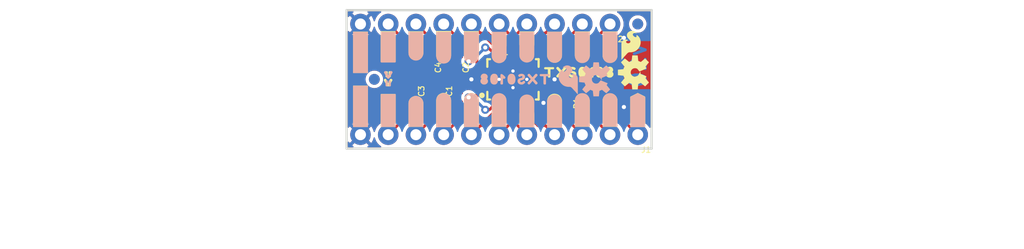
<source format=kicad_pcb>
(kicad_pcb (version 20221018) (generator pcbnew)
  (layers (0 "F.Cu" signal) (31 "B.Cu" signal) (34 "B.Paste" user) (35 "F.Paste" user) (36 "B.SilkS" user "B.Silkscreen") (37 "F.SilkS" user "F.Silkscreen") (38 "B.Mask" user) (39 "F.Mask" user) (44 "Edge.Cuts" user))
  (net 0 "")
  (net 1 "GND")
  (net 2 "VCCA")
  (net 3 "A1")
  (net 4 "A2")
  (net 5 "A3")
  (net 6 "A4")
  (net 7 "A5")
  (net 8 "A6")
  (net 9 "A7")
  (net 10 "A8")
  (net 11 "OE")
  (net 12 "B1")
  (net 13 "B2")
  (net 14 "B3")
  (net 15 "B4")
  (net 16 "B5")
  (net 17 "B6")
  (net 18 "B7")
  (net 19 "B8")
  (net 20 "VCCB")
  (footprint "working:#A8#0" (layer "F.Cu") (at 158.6611 109.7026 90)
    (fp_text reference "U$12" hide)
    (fp_text value "" hide)
  )
  (footprint "working:0603" (layer "F.Cu") (at 142.1511 103.3526 -90)
    (fp_text reference "C4" (at 0 -0.762 90) (layer "F.SilkS") (effects (font (size 0.512064 0.512064) (thickness 0.097536)) (justify right)))
    (fp_text value "10uF")
    (pad "1" smd roundrect (at -0.85 0 270) (size 1.1 1) (layers "F.Cu" "F.Paste" "F.Mask") (roundrect_rratio 0.0508) (net 20 "VCCB"))
    (pad "2" smd roundrect (at 0.85 0 270) (size 1.1 1) (layers "F.Cu" "F.Paste" "F.Mask") (roundrect_rratio 0.0508) (net 1 "GND"))
  )
  (footprint "working:#4#6" (layer "F.Cu") (at 148.5011 102.5906 90)
    (fp_text reference "U$16" hide)
    (fp_text value "" hide)
  )
  (footprint "working:#B3#0" (layer "F.Cu") (at 145.9611 103.4796 90)
    (fp_text reference "U$18" hide)
    (fp_text value "" hide)
  )
  (footprint "working:0603" (layer "F.Cu") (at 154.8511 106.6546 -90)
    (fp_text reference "R1" (at 0 -0.762 90) (layer "F.SilkS") (effects (font (size 0.512064 0.512064) (thickness 0.097536)) (justify right)))
    (fp_text value "100k")
    (pad "1" smd roundrect (at -0.85 0 270) (size 1.1 1) (layers "F.Cu" "F.Paste" "F.Mask") (roundrect_rratio 0.0508) (net 1 "GND"))
    (pad "2" smd roundrect (at 0.85 0 270) (size 1.1 1) (layers "F.Cu" "F.Paste" "F.Mask") (roundrect_rratio 0.0508) (net 11 "OE"))
  )
  (footprint "working:0603" (layer "F.Cu") (at 144.6911 103.3526 -90)
    (fp_text reference "C2" (at 0 -0.762 90) (layer "F.SilkS") (effects (font (size 0.512064 0.512064) (thickness 0.097536)) (justify right)))
    (fp_text value "0.1uF")
    (pad "1" smd roundrect (at -0.85 0 270) (size 1.1 1) (layers "F.Cu" "F.Paste" "F.Mask") (roundrect_rratio 0.0508) (net 20 "VCCB"))
    (pad "2" smd roundrect (at 0.85 0 270) (size 1.1 1) (layers "F.Cu" "F.Paste" "F.Mask") (roundrect_rratio 0.0508) (net 1 "GND"))
  )
  (footprint "working:#OE#0" (layer "F.Cu") (at 161.2011 109.7026 90)
    (fp_text reference "U$21" hide)
    (fp_text value "" hide)
  )
  (footprint "working:#0" (layer "F.Cu") (at 138.3411 104.4702 90)
    (fp_text reference "U$33" hide)
    (fp_text value "" hide)
  )
  (footprint "working:#A2#0" (layer "F.Cu") (at 143.4211 109.7026 90)
    (fp_text reference "U$6" hide)
    (fp_text value "" hide)
  )
  (footprint "working:#VA#0" (layer "F.Cu") (at 138.3411 109.7026 90)
    (fp_text reference "U$3" hide)
    (fp_text value "" hide)
  )
  (footprint "working:OSHW-LOGO-S" (layer "F.Cu") (at 160.9471 104.3686 90)
    (fp_text reference "LOGO1" hide)
    (fp_text value "OSHW-LOGOS" hide)
  )
  (footprint "working:0603" (layer "F.Cu") (at 144.6911 106.6546 90)
    (fp_text reference "C1" (at 0 -0.762 90) (layer "F.SilkS") (effects (font (size 0.512064 0.512064) (thickness 0.097536)) (justify left)))
    (fp_text value "0.1uF")
    (pad "1" smd roundrect (at -0.85 0 90) (size 1.1 1) (layers "F.Cu" "F.Paste" "F.Mask") (roundrect_rratio 0.0508) (net 2 "VCCA"))
    (pad "2" smd roundrect (at 0.85 0 90) (size 1.1 1) (layers "F.Cu" "F.Paste" "F.Mask") (roundrect_rratio 0.0508) (net 1 "GND"))
  )
  (footprint "working:#VB#0" (layer "F.Cu") (at 138.3411 103.7336 90)
    (fp_text reference "U$22" hide)
    (fp_text value "" hide)
  )
  (footprint "working:#B1#0" (layer "F.Cu") (at 140.8811 103.2256 90)
    (fp_text reference "U$20" hide)
    (fp_text value "" hide)
  )
  (footprint "working:TXS01080" (layer "F.Cu") (at 151.9301 104.3686)
    (fp_text reference "U$44" hide)
    (fp_text value "" hide)
  )
  (footprint "working:FIDUCIAL-1X2" (layer "F.Cu") (at 161.2011 99.9236)
    (fp_text reference "FD1" hide)
    (fp_text value "FIDUCIAL1X2" hide)
    (pad "1" smd roundrect (at 0 0) (size 1 1) (layers "F.Cu" "F.Mask") (roundrect_rratio 0.5))
  )
  (footprint "working:#A6#0" (layer "F.Cu") (at 153.5811 109.7026 90)
    (fp_text reference "U$10" hide)
    (fp_text value "" hide)
  )
  (footprint "working:#A3#0" (layer "F.Cu") (at 145.9611 109.7026 90)
    (fp_text reference "U$7" hide)
    (fp_text value "" hide)
  )
  (footprint "working:1X11_NO_SILK" (layer "F.Cu") (at 161.2011 110.0836 180)
    (fp_text reference "J1" (at -1.27 -1.397) (layer "F.SilkS") (effects (font (size 0.512064 0.512064) (thickness 0.097536)) (justify right)))
    (fp_text value "")
    (pad "1" thru_hole circle (at 0 0 270) (size 1.8796 1.8796) (drill 1.016) (layers "*.Cu" "*.Mask") (net 11 "OE"))
    (pad "2" thru_hole circle (at 2.54 0 270) (size 1.8796 1.8796) (drill 1.016) (layers "*.Cu" "*.Mask") (net 10 "A8"))
    (pad "3" thru_hole circle (at 5.08 0 270) (size 1.8796 1.8796) (drill 1.016) (layers "*.Cu" "*.Mask") (net 9 "A7"))
    (pad "4" thru_hole circle (at 7.62 0 270) (size 1.8796 1.8796) (drill 1.016) (layers "*.Cu" "*.Mask") (net 8 "A6"))
    (pad "5" thru_hole circle (at 10.16 0 270) (size 1.8796 1.8796) (drill 1.016) (layers "*.Cu" "*.Mask") (net 7 "A5"))
    (pad "6" thru_hole circle (at 12.7 0 270) (size 1.8796 1.8796) (drill 1.016) (layers "*.Cu" "*.Mask") (net 6 "A4"))
    (pad "7" thru_hole circle (at 15.24 0 270) (size 1.8796 1.8796) (drill 1.016) (layers "*.Cu" "*.Mask") (net 5 "A3"))
    (pad "8" thru_hole circle (at 17.78 0 270) (size 1.8796 1.8796) (drill 1.016) (layers "*.Cu" "*.Mask") (net 4 "A2"))
    (pad "9" thru_hole circle (at 20.32 0 270) (size 1.8796 1.8796) (drill 1.016) (layers "*.Cu" "*.Mask") (net 3 "A1"))
    (pad "10" thru_hole circle (at 22.86 0 270) (size 1.8796 1.8796) (drill 1.016) (layers "*.Cu" "*.Mask") (net 2 "VCCA"))
    (pad "11" thru_hole circle (at 25.4 0 270) (size 1.8796 1.8796) (drill 1.016) (layers "*.Cu" "*.Mask") (net 1 "GND"))
  )
  (footprint "working:VFQFN-20" (layer "F.Cu") (at 149.7711 105.0036)
    (fp_text reference "U1" (at -1.5 -2.5) (layer "F.SilkS") (effects (font (size 0.512064 0.512064) (thickness 0.097536)) (justify left)))
    (fp_text value "TXS0108")
    (fp_poly (pts (xy -1.869912 -0.871396) (xy -1.818604 -0.820088) (xy -1.799824 -0.75) (xy -1.818604 -0.679912) (xy -1.869912 -0.628604) (xy -1.939342 -0.61) (xy -2.555 -0.61) (xy -2.555 -0.89) (xy -1.939342 -0.89)) (fill solid) (layer "F.Cu"))
    (fp_poly (pts (xy -1.869912 0.628604) (xy -1.818604 0.679912) (xy -1.799824 0.75) (xy -1.818604 0.820088) (xy -1.869912 0.871396) (xy -1.939342 0.89) (xy -2.555 0.89) (xy -2.555 0.61) (xy -1.939342 0.61)) (fill solid) (layer "F.Cu"))
    (fp_poly (pts (xy -1.679912 1.318604) (xy -1.628604 1.369912) (xy -1.61 1.439342) (xy -1.61 2.055) (xy -1.89 2.055) (xy -1.89 1.439342) (xy -1.871396 1.369912) (xy -1.820088 1.318604) (xy -1.75 1.299824)) (fill solid) (layer "F.Cu"))
    (fp_poly (pts (xy -1.61 -1.439342) (xy -1.628604 -1.369912) (xy -1.679912 -1.318604) (xy -1.75 -1.299824) (xy -1.820088 -1.318604) (xy -1.871396 -1.369912) (xy -1.89 -1.439342) (xy -1.89 -2.055) (xy -1.61 -2.055)) (fill solid) (layer "F.Cu"))
    (fp_poly (pts (xy -1.179912 1.318604) (xy -1.128604 1.369912) (xy -1.11 1.439342) (xy -1.11 2.055) (xy -1.39 2.055) (xy -1.39 1.439342) (xy -1.371396 1.369912) (xy -1.320088 1.318604) (xy -1.25 1.299824)) (fill solid) (layer "F.Cu"))
    (fp_poly (pts (xy -1.11 -1.439342) (xy -1.128604 -1.369912) (xy -1.179912 -1.318604) (xy -1.25 -1.299824) (xy -1.320088 -1.318604) (xy -1.371396 -1.369912) (xy -1.39 -1.439342) (xy -1.39 -2.055) (xy -1.11 -2.055)) (fill solid) (layer "F.Cu"))
    (fp_poly (pts (xy -0.679912 1.318604) (xy -0.628604 1.369912) (xy -0.61 1.439342) (xy -0.61 2.055) (xy -0.89 2.055) (xy -0.89 1.439342) (xy -0.871396 1.369912) (xy -0.820088 1.318604) (xy -0.75 1.299824)) (fill solid) (layer "F.Cu"))
    (fp_poly (pts (xy -0.61 -1.439342) (xy -0.628604 -1.369912) (xy -0.679912 -1.318604) (xy -0.75 -1.299824) (xy -0.820088 -1.318604) (xy -0.871396 -1.369912) (xy -0.89 -1.439342) (xy -0.89 -2.055) (xy -0.61 -2.055)) (fill solid) (layer "F.Cu"))
    (fp_poly (pts (xy -0.179912 1.318604) (xy -0.128604 1.369912) (xy -0.11 1.439342) (xy -0.11 2.055) (xy -0.39 2.055) (xy -0.39 1.439342) (xy -0.371396 1.369912) (xy -0.320088 1.318604) (xy -0.25 1.299824)) (fill solid) (layer "F.Cu"))
    (fp_poly (pts (xy -0.11 -1.439342) (xy -0.128604 -1.369912) (xy -0.179912 -1.318604) (xy -0.25 -1.299824) (xy -0.320088 -1.318604) (xy -0.371396 -1.369912) (xy -0.39 -1.439342) (xy -0.39 -2.055) (xy -0.11 -2.055)) (fill solid) (layer "F.Cu"))
    (fp_poly (pts (xy 0.320088 1.318604) (xy 0.371396 1.369912) (xy 0.39 1.439342) (xy 0.39 2.055) (xy 0.11 2.055) (xy 0.11 1.439342) (xy 0.128604 1.369912) (xy 0.179912 1.318604) (xy 0.25 1.299824)) (fill solid) (layer "F.Cu"))
    (fp_poly (pts (xy 0.39 -1.439342) (xy 0.371396 -1.369912) (xy 0.320088 -1.318604) (xy 0.25 -1.299824) (xy 0.179912 -1.318604) (xy 0.128604 -1.369912) (xy 0.11 -1.439342) (xy 0.11 -2.055) (xy 0.39 -2.055)) (fill solid) (layer "F.Cu"))
    (fp_poly (pts (xy 0.820088 1.318604) (xy 0.871396 1.369912) (xy 0.89 1.439342) (xy 0.89 2.055) (xy 0.61 2.055) (xy 0.61 1.439342) (xy 0.628604 1.369912) (xy 0.679912 1.318604) (xy 0.75 1.299824)) (fill solid) (layer "F.Cu"))
    (fp_poly (pts (xy 0.89 -1.439342) (xy 0.871396 -1.369912) (xy 0.820088 -1.318604) (xy 0.75 -1.299824) (xy 0.679912 -1.318604) (xy 0.628604 -1.369912) (xy 0.61 -1.439342) (xy 0.61 -2.055) (xy 0.89 -2.055)) (fill solid) (layer "F.Cu"))
    (fp_poly (pts (xy 1.320088 1.318604) (xy 1.371396 1.369912) (xy 1.39 1.439342) (xy 1.39 2.055) (xy 1.11 2.055) (xy 1.11 1.439342) (xy 1.128604 1.369912) (xy 1.179912 1.318604) (xy 1.25 1.299824)) (fill solid) (layer "F.Cu"))
    (fp_poly (pts (xy 1.39 -1.439342) (xy 1.371396 -1.369912) (xy 1.320088 -1.318604) (xy 1.25 -1.299824) (xy 1.179912 -1.318604) (xy 1.128604 -1.369912) (xy 1.11 -1.439342) (xy 1.11 -2.055) (xy 1.39 -2.055)) (fill solid) (layer "F.Cu"))
    (fp_poly (pts (xy 1.820088 1.318604) (xy 1.871396 1.369912) (xy 1.89 1.439342) (xy 1.89 2.055) (xy 1.61 2.055) (xy 1.61 1.439342) (xy 1.628604 1.369912) (xy 1.679912 1.318604) (xy 1.75 1.299824)) (fill solid) (layer "F.Cu"))
    (fp_poly (pts (xy 1.89 -1.439342) (xy 1.871396 -1.369912) (xy 1.820088 -1.318604) (xy 1.75 -1.299824) (xy 1.679912 -1.318604) (xy 1.628604 -1.369912) (xy 1.61 -1.439342) (xy 1.61 -2.055) (xy 1.89 -2.055)) (fill solid) (layer "F.Cu"))
    (fp_poly (pts (xy 2.555 -0.61) (xy 1.939342 -0.61) (xy 1.869912 -0.628604) (xy 1.818604 -0.679912) (xy 1.799824 -0.75) (xy 1.818604 -0.820088) (xy 1.869912 -0.871396) (xy 1.939342 -0.89) (xy 2.555 -0.89)) (fill solid) (layer "F.Cu"))
    (fp_poly (pts (xy 2.555 0.89) (xy 1.939342 0.89) (xy 1.869912 0.871396) (xy 1.818604 0.820088) (xy 1.799824 0.75) (xy 1.818604 0.679912) (xy 1.869912 0.628604) (xy 1.939342 0.61) (xy 2.555 0.61)) (fill solid) (layer "F.Cu"))
    (pad "1" smd roundrect (at -2.3 0.75) (size 0.7 0.28) (layers "F.Cu") (roundrect_rratio 0.1814285714) (net 3 "A1"))
    (pad "2" smd roundrect (at -1.75 1.8 90) (size 0.7 0.28) (layers "F.Cu") (roundrect_rratio 0.1814285714) (net 2 "VCCA"))
    (pad "3" smd roundrect (at -1.25 1.8 90) (size 0.7 0.28) (layers "F.Cu") (roundrect_rratio 0.1814285714) (net 4 "A2"))
    (pad "4" smd roundrect (at -0.75 1.8 90) (size 0.7 0.28) (layers "F.Cu") (roundrect_rratio 0.1814285714) (net 5 "A3"))
    (pad "5" smd roundrect (at -0.25 1.8 90) (size 0.7 0.28) (layers "F.Cu") (roundrect_rratio 0.1814285714) (net 6 "A4"))
    (pad "6" smd roundrect (at 0.25 1.8 90) (size 0.7 0.28) (layers "F.Cu") (roundrect_rratio 0.1814285714) (net 7 "A5"))
    (pad "7" smd roundrect (at 0.75 1.8 90) (size 0.7 0.28) (layers "F.Cu") (roundrect_rratio 0.1814285714) (net 8 "A6"))
    (pad "8" smd roundrect (at 1.25 1.8 90) (size 0.7 0.28) (layers "F.Cu") (roundrect_rratio 0.1814285714) (net 9 "A7"))
    (pad "9" smd roundrect (at 1.75 1.8 90) (size 0.7 0.28) (layers "F.Cu") (roundrect_rratio 0.1814285714) (net 10 "A8"))
    (pad "10" smd roundrect (at 2.3 0.75 180) (size 0.7 0.28) (layers "F.Cu") (roundrect_rratio 0.1814285714) (net 11 "OE"))
    (pad "11" smd roundrect (at 2.3 -0.75 180) (size 0.7 0.28) (layers "F.Cu") (roundrect_rratio 0.1814285714) (net 1 "GND"))
    (pad "12" smd roundrect (at 1.75 -1.8 270) (size 0.7 0.28) (layers "F.Cu") (roundrect_rratio 0.1814285714) (net 19 "B8"))
    (pad "13" smd roundrect (at 1.25 -1.8 270) (size 0.7 0.28) (layers "F.Cu") (roundrect_rratio 0.1814285714) (net 18 "B7"))
    (pad "14" smd roundrect (at 0.75 -1.8 270) (size 0.7 0.28) (layers "F.Cu") (roundrect_rratio 0.1814285714) (net 17 "B6"))
    (pad "15" smd roundrect (at 0.25 -1.8 270) (size 0.7 0.28) (layers "F.Cu") (roundrect_rratio 0.1814285714) (net 16 "B5"))
    (pad "16" smd roundrect (at -0.25 -1.8 270) (size 0.7 0.28) (layers "F.Cu") (roundrect_rratio 0.1814285714) (net 15 "B4"))
    (pad "17" smd roundrect (at -0.75 -1.8 270) (size 0.7 0.28) (layers "F.Cu") (roundrect_rratio 0.1814285714) (net 14 "B3"))
    (pad "18" smd roundrect (at -1.25 -1.8 270) (size 0.7 0.28) (layers "F.Cu") (roundrect_rratio 0.1814285714) (net 13 "B2"))
    (pad "19" smd roundrect (at -1.75 -1.8 270) (size 0.7 0.28) (layers "F.Cu") (roundrect_rratio 0.1814285714) (net 20 "VCCB"))
    (pad "20" smd roundrect (at -2.3 -0.75) (size 0.7 0.28) (layers "F.Cu") (roundrect_rratio 0.1814285714) (net 12 "B1"))
    (pad "EPAD" smd roundrect (at 0 0) (size 3.05 2.05) (layers "F.Cu" "F.Mask") (roundrect_rratio 0.0247804878) (net 1 "GND"))
  )
  (footprint "working:#A1#0" (layer "F.Cu") (at 140.8811 109.7026 90)
    (fp_text reference "U$5" hide)
    (fp_text value "" hide)
  )
  (footprint "working:0603" (layer "F.Cu") (at 142.1511 106.6546 90)
    (fp_text reference "C3" (at 0 -0.762 90) (layer "F.SilkS") (effects (font (size 0.512064 0.512064) (thickness 0.097536)) (justify left)))
    (fp_text value "10uF")
    (pad "1" smd roundrect (at -0.85 0 90) (size 1.1 1) (layers "F.Cu" "F.Paste" "F.Mask") (roundrect_rratio 0.0508) (net 2 "VCCA"))
    (pad "2" smd roundrect (at 0.85 0 90) (size 1.1 1) (layers "F.Cu" "F.Paste" "F.Mask") (roundrect_rratio 0.0508) (net 1 "GND"))
  )
  (footprint "working:1X10_NO_SILK" (layer "F.Cu") (at 158.6611 99.9236 180)
    (fp_text reference "J2" (at -1.27 -1.397) (layer "F.SilkS") (effects (font (size 0.512064 0.512064) (thickness 0.097536)) (justify right)))
    (fp_text value "")
    (pad "1" thru_hole circle (at 0 0 270) (size 1.8796 1.8796) (drill 1.016) (layers "*.Cu" "*.Mask") (net 19 "B8"))
    (pad "2" thru_hole circle (at 2.54 0 270) (size 1.8796 1.8796) (drill 1.016) (layers "*.Cu" "*.Mask") (net 18 "B7"))
    (pad "3" thru_hole circle (at 5.08 0 270) (size 1.8796 1.8796) (drill 1.016) (layers "*.Cu" "*.Mask") (net 17 "B6"))
    (pad "4" thru_hole circle (at 7.62 0 270) (size 1.8796 1.8796) (drill 1.016) (layers "*.Cu" "*.Mask") (net 16 "B5"))
    (pad "5" thru_hole circle (at 10.16 0 270) (size 1.8796 1.8796) (drill 1.016) (layers "*.Cu" "*.Mask") (net 15 "B4"))
    (pad "6" thru_hole circle (at 12.7 0 270) (size 1.8796 1.8796) (drill 1.016) (layers "*.Cu" "*.Mask") (net 14 "B3"))
    (pad "7" thru_hole circle (at 15.24 0 270) (size 1.8796 1.8796) (drill 1.016) (layers "*.Cu" "*.Mask") (net 13 "B2"))
    (pad "8" thru_hole circle (at 17.78 0 270) (size 1.8796 1.8796) (drill 1.016) (layers "*.Cu" "*.Mask") (net 12 "B1"))
    (pad "9" thru_hole circle (at 20.32 0 270) (size 1.8796 1.8796) (drill 1.016) (layers "*.Cu" "*.Mask") (net 20 "VCCB"))
    (pad "10" thru_hole circle (at 22.86 0 270) (size 1.8796 1.8796) (drill 1.016) (layers "*.Cu" "*.Mask") (net 1 "GND"))
  )
  (footprint "working:CREATIVE_COMMONS" (layer "F.Cu") (at 123.1011 120.2436)
    (fp_text reference "FRAME1" hide)
    (fp_text value "FRAME-LETTER" hide)
  )
  (footprint "working:#A7#0" (layer "F.Cu") (at 156.1211 109.7026 90)
    (fp_text reference "U$11" hide)
    (fp_text value "" hide)
  )
  (footprint "working:#B6#0" (layer "F.Cu") (at 153.5811 103.4796 90)
    (fp_text reference "U$15" hide)
    (fp_text value "" hide)
  )
  (footprint "working:#B8#0" (layer "F.Cu") (at 158.6611 103.4796 90)
    (fp_text reference "U$13" hide)
    (fp_text value "" hide)
  )
  (footprint "working:#4#0" (layer "F.Cu") (at 148.5011 109.7026 90)
    (fp_text reference "U$8" hide)
    (fp_text value "" hide)
  )
  (footprint "working:V0" (layer "F.Cu") (at 138.4173 105.1814)
    (fp_text reference "U$46" hide)
    (fp_text value "" hide)
  )
  (footprint "working:FIDUCIAL-1X2" (layer "F.Cu") (at 137.0711 105.0036)
    (fp_text reference "FD3" hide)
    (fp_text value "FIDUCIAL1X2" hide)
    (pad "1" smd roundrect (at 0 0) (size 1 1) (layers "F.Cu" "F.Mask") (roundrect_rratio 0.5))
  )
  (footprint "working:#GND#0" (layer "F.Cu") (at 135.8011 109.7026 90)
    (fp_text reference "U$2" hide)
    (fp_text value "" hide)
  )
  (footprint "working:#GND#0" (layer "F.Cu") (at 135.8011 104.7496 90)
    (fp_text reference "U$1" hide)
    (fp_text value "" hide)
  )
  (footprint "working:SFE_LOGO_FLAME_.1" (layer "F.Cu") (at 160.5661 101.8286)
    (fp_text reference "LOGO2" hide)
    (fp_text value "SFE_LOGO_FLAME.1_INCH" hide)
  )
  (footprint "working:#5#6" (layer "F.Cu") (at 151.0411 102.4636 90)
    (fp_text reference "U$17" hide)
    (fp_text value "" hide)
  )
  (footprint "working:#5#0" (layer "F.Cu") (at 151.0411 109.7026 90)
    (fp_text reference "U$9" hide)
    (fp_text value "" hide)
  )
  (footprint "working:#B2#0" (layer "F.Cu") (at 143.4211 103.4796 90)
    (fp_text reference "U$19" hide)
    (fp_text value "" hide)
  )
  (footprint "working:#B7#0" (layer "F.Cu") (at 156.1211 103.4796 90)
    (fp_text reference "U$14" hide)
    (fp_text value "" hide)
  )
  (footprint "working:#0" (layer "B.Cu") (at 138.3411 105.3084 90)
    (fp_text reference "U$47" hide)
    (fp_text value "" hide)
  )
  (footprint "working:#GND#0" (layer "B.Cu") (at 135.8011 100.3046 -90)
    (fp_text reference "U$32" hide)
    (fp_text value "" hide)
  )
  (footprint "working:#A3#3" (layer "B.Cu") (at 145.9611 106.2736 -90)
    (fp_text reference "U$26" hide)
    (fp_text value "" hide)
  )
  (footprint "working:#A5#5" (layer "B.Cu") (at 151.0411 106.4006 -90)
    (fp_text reference "U$28" hide)
    (fp_text value "" hide)
  )
  (footprint "working:#A8#9" (layer "B.Cu") (at 158.6611 106.2736 -90)
    (fp_text reference "U$31" hide)
    (fp_text value "" hide)
  )
  (footprint "working:#A1#2" (layer "B.Cu") (at 140.8811 106.5276 -90)
    (fp_text reference "U$24" hide)
    (fp_text value "" hide)
  )
  (footprint "working:#GND#0" (layer "B.Cu") (at 135.8011 105.2576 -90)
    (fp_text reference "U$34" hide)
    (fp_text value "" hide)
  )
  (footprint "working:#VA#0" (layer "B.Cu") (at 138.3411 106.0196 -90)
    (fp_text reference "U$4" hide)
    (fp_text value "" hide)
  )
  (footprint "working:#VB#0" (layer "B.Cu") (at 138.3411 100.3046 -90)
    (fp_text reference "U$23" hide)
    (fp_text value "" hide)
  )
  (footprint "working:FIDUCIAL-1X2" (layer "B.Cu") (at 161.2011 99.9236 180)
    (fp_text reference "FD2" hide)
    (fp_text value "FIDUCIAL1X2" hide)
    (pad "1" smd roundrect (at 0 0 180) (size 1 1) (layers "B.Cu" "B.Mask") (roundrect_rratio 0.5))
  )
  (footprint "working:OSHW-LOGO-S" (layer "B.Cu") (at 157.3911 105.0036 -90)
    (fp_text reference "LOGO4" hide)
    (fp_text value "OSHW-LOGOS" hide)
  )
  (footprint "working:#A6#6" (layer "B.Cu") (at 153.5811 106.4006 -90)
    (fp_text reference "U$29" hide)
    (fp_text value "" hide)
  )
  (footprint "working:#B6#9" (layer "B.Cu") (at 153.5811 100.3046 -90)
    (fp_text reference "U$37" hide)
    (fp_text value "" hide)
  )
  (footprint "working:#A4#4" (layer "B.Cu") (at 148.5011 106.2736 -90)
    (fp_text reference "U$27" hide)
    (fp_text value "" hide)
  )
  (footprint "working:V0" (layer "B.Cu") (at 138.2649 104.4702 180)
    (fp_text reference "U$48" hide)
    (fp_text value "" hide)
  )
  (footprint "working:#B3#9" (layer "B.Cu") (at 145.9611 100.3046 -90)
    (fp_text reference "U$40" hide)
    (fp_text value "" hide)
  )
  (footprint "working:#B8#9" (layer "B.Cu") (at 158.6611 100.3046 -90)
    (fp_text reference "U$35" hide)
    (fp_text value "" hide)
  )
  (footprint "working:#OE#1" (layer "B.Cu") (at 161.2011 106.2736 -90)
    (fp_text reference "U$45" hide)
    (fp_text value "" hide)
  )
  (footprint "working:#B4#9" (layer "B.Cu") (at 148.5011 100.3046 -90)
    (fp_text reference "U$39" hide)
    (fp_text value "" hide)
  )
  (footprint "working:FIDUCIAL-1X2" (layer "B.Cu") (at 137.0711 105.0036 180)
    (fp_text reference "FD4" hide)
    (fp_text value "FIDUCIAL1X2" hide)
    (pad "1" smd roundrect (at 0 0 180) (size 1 1) (layers "B.Cu" "B.Mask") (roundrect_rratio 0.5))
  )
  (footprint "working:#B7#9" (layer "B.Cu") (at 156.1211 100.3046 -90)
    (fp_text reference "U$36" hide)
    (fp_text value "" hide)
  )
  (footprint "working:#B1#9" (layer "B.Cu") (at 140.8811 100.3046 -90)
    (fp_text reference "U$42" hide)
    (fp_text value "" hide)
  )
  (footprint "working:TXS01080" (layer "B.Cu") (at 153.8351 105.0036 180)
    (fp_text reference "U$43" hide)
    (fp_text value "" hide)
  )
  (footprint "working:#B5#9" (layer "B.Cu") (at 151.0411 100.3046 -90)
    (fp_text reference "U$38" hide)
    (fp_text value "" hide)
  )
  (footprint "working:SFE_LOGO_FLAME_.1" (layer "B.Cu") (at 154.8511 105.0036 180)
    (fp_text reference "LOGO3" hide)
    (fp_text value "SFE_LOGO_FLAME.1_INCH" hide)
  )
  (footprint "working:#A2#2" (layer "B.Cu") (at 143.4211 106.2736 -90)
    (fp_text reference "U$25" hide)
    (fp_text value "" hide)
  )
  (footprint "working:#B2#9" (layer "B.Cu") (at 143.4211 100.3046 -90)
    (fp_text reference "U$41" hide)
    (fp_text value "" hide)
  )
  (footprint "working:#A7#8" (layer "B.Cu") (at 156.1211 106.2736 -90)
    (fp_text reference "U$30" hide)
    (fp_text value "" hide)
  )
  (gr_line (start 162.4711 111.3536) (end 162.4711 98.6536) (stroke (width 0.2032)) (layer "Edge.Cuts"))
  (gr_line (start 162.4711 98.6536) (end 134.5311 98.6536) (stroke (width 0.2032)) (layer "Edge.Cuts"))
  (gr_line (start 134.5311 98.6536) (end 134.5311 111.3536) (stroke (width 0.2032)) (layer "Edge.Cuts"))
  (gr_line (start 134.5311 111.3536) (end 162.4711 111.3536) (stroke (width 0.2032)) (layer "Edge.Cuts"))
  (gr_text "v10" (at 161.2011 103.7336 -270) (layer "B.Cu") (effects (font (size 1.5113 1.5113) (thickness 0.2667)) (justify mirror)))
  (via (at 159.9311 101.1936) (size 0.7366) (drill 0.381) (layers "F.Cu" "B.Cu") (net 1))
  (via (at 159.9311 107.5436) (size 0.7366) (drill 0.381) (layers "F.Cu" "B.Cu") (net 1))
  (via (at 149.7711 104.2416) (size 0.6604) (drill 0.3048) (layers "F.Cu" "B.Cu") (net 1))
  (via (at 153.5811 105.0036) (size 0.7366) (drill 0.381) (layers "F.Cu" "B.Cu") (net 1))
  (via (at 152.5651 107.1626) (size 0.7366) (drill 0.381) (layers "F.Cu" "B.Cu") (net 1))
  (via (at 151.0411 105.0036) (size 0.6604) (drill 0.3048) (layers "F.Cu" "B.Cu") (net 1))
  (via (at 148.5011 105.0036) (size 0.6604) (drill 0.3048) (layers "F.Cu" "B.Cu") (net 1))
  (via (at 145.9611 105.0036) (size 0.7366) (drill 0.381) (layers "F.Cu" "B.Cu") (net 1))
  (via (at 149.7711 105.7656) (size 0.6604) (drill 0.3048) (layers "F.Cu" "B.Cu") (net 1))
  (segment (start 145.4921 107.5046) (end 145.7071 107.2896) (width 0.254) (layer "F.Cu") (net 2))
  (segment (start 148.0211 107.3886) (end 148.0211 106.8036) (width 0.254) (layer "F.Cu") (net 2))
  (segment (start 144.6911 107.5046) (end 145.4921 107.5046) (width 0.254) (layer "F.Cu") (net 2))
  (segment (start 145.7071 107.2896) (end 145.7071 106.6546) (width 0.254) (layer "F.Cu") (net 2))
  (segment (start 147.6121 107.7976) (end 148.0211 107.3886) (width 0.254) (layer "F.Cu") (net 2))
  (segment (start 147.2311 107.7976) (end 147.6121 107.7976) (width 0.254) (layer "F.Cu") (net 2))
  (segment (start 140.9201 107.5046) (end 138.3411 110.0836) (width 0.254) (layer "F.Cu") (net 2))
  (segment (start 144.6911 107.5046) (end 142.1511 107.5046) (width 0.254) (layer "F.Cu") (net 2))
  (segment (start 142.1511 107.5046) (end 140.9201 107.5046) (width 0.254) (layer "F.Cu") (net 2))
  (via (at 145.7071 106.6546) (size 0.7366) (drill 0.381) (layers "F.Cu" "B.Cu") (net 2))
  (via (at 147.2311 107.7976) (size 0.7366) (drill 0.381) (layers "F.Cu" "B.Cu") (net 2))
  (segment (start 146.0881 106.6546) (end 147.2311 107.7976) (width 0.254) (layer "B.Cu") (net 2))
  (segment (start 145.7071 106.6546) (end 146.0881 106.6546) (width 0.254) (layer "B.Cu") (net 2))
  (segment (start 146.8621 105.7536) (end 147.4711 105.7536) (width 0.254) (layer "F.Cu") (net 3))
  (segment (start 142.5829 108.3818) (end 140.8811 110.0836) (width 0.254) (layer "F.Cu") (net 3))
  (segment (start 145.9611 108.3818) (end 146.4691 107.8738) (width 0.254) (layer "F.Cu") (net 3))
  (segment (start 146.4691 107.8738) (end 146.4691 106.1466) (width 0.254) (layer "F.Cu") (net 3))
  (segment (start 146.4691 106.1466) (end 146.8621 105.7536) (width 0.254) (layer "F.Cu") (net 3))
  (segment (start 145.9611 108.3818) (end 142.5829 108.3818) (width 0.254) (layer "F.Cu") (net 3))
  (segment (start 144.6911 108.8136) (end 143.4211 110.0836) (width 0.254) (layer "F.Cu") (net 4))
  (segment (start 147.2311 108.8136) (end 148.5211 107.5236) (width 0.254) (layer "F.Cu") (net 4))
  (segment (start 147.2311 108.8136) (end 144.6911 108.8136) (width 0.254) (layer "F.Cu") (net 4))
  (segment (start 148.5211 107.5236) (end 148.5211 106.8036) (width 0.254) (layer "F.Cu") (net 4))
  (segment (start 149.0211 107.634263) (end 149.0211 106.8036) (width 0.254) (layer "F.Cu") (net 5))
  (segment (start 147.409962 109.2454) (end 149.0211 107.634263) (width 0.254) (layer "F.Cu") (net 5))
  (segment (start 145.9611 110.0836) (end 146.7993 109.2454) (width 0.254) (layer "F.Cu") (net 5))
  (segment (start 146.7993 109.2454) (end 147.409962 109.2454) (width 0.254) (layer "F.Cu") (net 5))
  (segment (start 149.5211 109.0636) (end 148.5011 110.0836) (width 0.254) (layer "F.Cu") (net 6))
  (segment (start 149.5211 107.9206) (end 149.5211 109.0636) (width 0.254) (layer "F.Cu") (net 6))
  (segment (start 149.5211 107.5436) (end 149.5211 106.8036) (width 0.254) (layer "F.Cu") (net 6))
  (segment (start 149.5211 107.9206) (end 149.5211 107.5436) (width 0.254) (layer "F.Cu") (net 6))
  (segment (start 151.0411 110.0836) (end 150.0211 109.0636) (width 0.254) (layer "F.Cu") (net 7))
  (segment (start 150.0211 109.0636) (end 150.0211 106.8036) (width 0.254) (layer "F.Cu") (net 7))
  (segment (start 152.050187 109.2454) (end 150.5211 107.716313) (width 0.254) (layer "F.Cu") (net 8))
  (segment (start 150.5211 107.716313) (end 150.5211 106.8036) (width 0.254) (layer "F.Cu") (net 8))
  (segment (start 152.7429 109.2454) (end 152.050187 109.2454) (width 0.254) (layer "F.Cu") (net 8))
  (segment (start 153.5811 110.0836) (end 152.7429 109.2454) (width 0.254) (layer "F.Cu") (net 8))
  (segment (start 151.0211 107.60565) (end 151.0211 106.8036) (width 0.254) (layer "F.Cu") (net 9))
  (segment (start 152.22905 108.8136) (end 151.0211 107.60565) (width 0.254) (layer "F.Cu") (net 9))
  (segment (start 154.8511 108.8136) (end 156.1211 110.0836) (width 0.254) (layer "F.Cu") (net 9))
  (segment (start 152.22905 108.8136) (end 154.8511 108.8136) (width 0.254) (layer "F.Cu") (net 9))
  (segment (start 152.407912 108.3818) (end 156.9593 108.3818) (width 0.254) (layer "F.Cu") (net 10))
  (segment (start 151.5211 107.494988) (end 151.5211 106.8036) (width 0.254) (layer "F.Cu") (net 10))
  (segment (start 152.407912 108.3818) (end 151.5211 107.494988) (width 0.254) (layer "F.Cu") (net 10))
  (segment (start 156.9593 108.3818) (end 158.6611 110.0836) (width 0.254) (layer "F.Cu") (net 10))
  (segment (start 152.8071 105.7536) (end 153.5811 106.5276) (width 0.254) (layer "F.Cu") (net 11))
  (segment (start 153.5811 106.5276) (end 153.5811 107.0356) (width 0.254) (layer "F.Cu") (net 11))
  (segment (start 157.3521 107.5046) (end 158.6611 108.8136) (width 0.254) (layer "F.Cu") (net 11))
  (segment (start 153.5811 107.0356) (end 154.0501 107.5046) (width 0.254) (layer "F.Cu") (net 11))
  (segment (start 159.9311 108.8136) (end 161.2011 110.0836) (width 0.254) (layer "F.Cu") (net 11))
  (segment (start 152.0711 105.7536) (end 152.8071 105.7536) (width 0.254) (layer "F.Cu") (net 11))
  (segment (start 158.6611 108.8136) (end 159.9311 108.8136) (width 0.254) (layer "F.Cu") (net 11))
  (segment (start 154.0501 107.5046) (end 154.8511 107.5046) (width 0.254) (layer "F.Cu") (net 11))
  (segment (start 154.8511 107.5046) (end 157.3521 107.5046) (width 0.254) (layer "F.Cu") (net 11))
  (segment (start 146.8361 104.2536) (end 146.4691 103.8866) (width 0.254) (layer "F.Cu") (net 12))
  (segment (start 140.898968 99.9236) (end 142.600768 101.6254) (width 0.254) (layer "F.Cu") (net 12))
  (segment (start 146.4691 102.1334) (end 145.9611 101.6254) (width 0.254) (layer "F.Cu") (net 12))
  (segment (start 140.8811 99.9236) (end 140.898968 99.9236) (width 0.254) (layer "F.Cu") (net 12))
  (segment (start 146.4691 103.8866) (end 146.4691 102.1334) (width 0.254) (layer "F.Cu") (net 12))
  (segment (start 147.4711 104.2536) (end 146.8361 104.2536) (width 0.254) (layer "F.Cu") (net 12))
  (segment (start 145.9611 101.6254) (end 142.600768 101.6254) (width 0.254) (layer "F.Cu") (net 12))
  (segment (start 148.5211 102.40155) (end 148.5211 103.2036) (width 0.254) (layer "F.Cu") (net 13))
  (segment (start 147.31315 101.1936) (end 144.6911 101.1936) (width 0.254) (layer "F.Cu") (net 13))
  (segment (start 144.6911 101.1936) (end 143.4211 99.9236) (width 0.254) (layer "F.Cu") (net 13))
  (segment (start 147.31315 101.1936) (end 148.5211 102.40155) (width 0.254) (layer "F.Cu") (net 13))
  (segment (start 146.7993 100.7618) (end 147.492012 100.7618) (width 0.254) (layer "F.Cu") (net 14))
  (segment (start 149.0211 102.290888) (end 149.0211 103.2036) (width 0.254) (layer "F.Cu") (net 14))
  (segment (start 147.492012 100.7618) (end 149.0211 102.290888) (width 0.254) (layer "F.Cu") (net 14))
  (segment (start 145.9611 99.9236) (end 146.7993 100.7618) (width 0.254) (layer "F.Cu") (net 14))
  (segment (start 148.5011 99.9236) (end 149.5211 100.9436) (width 0.254) (layer "F.Cu") (net 15))
  (segment (start 149.5211 100.9436) (end 149.5211 103.2036) (width 0.254) (layer "F.Cu") (net 15))
  (segment (start 151.0411 99.9236) (end 150.0211 100.9436) (width 0.254) (layer "F.Cu") (net 16))
  (segment (start 150.0211 100.9436) (end 150.0211 103.2036) (width 0.254) (layer "F.Cu") (net 16))
  (segment (start 152.106575 100.7618) (end 150.5211 102.347275) (width 0.254) (layer "F.Cu") (net 17))
  (segment (start 152.7429 100.7618) (end 152.106575 100.7618) (width 0.254) (layer "F.Cu") (net 17))
  (segment (start 153.5811 99.9236) (end 152.7429 100.7618) (width 0.254) (layer "F.Cu") (net 17))
  (segment (start 150.5211 102.347275) (end 150.5211 103.2036) (width 0.254) (layer "F.Cu") (net 17))
  (segment (start 151.0211 102.457938) (end 151.0211 103.2036) (width 0.254) (layer "F.Cu") (net 18))
  (segment (start 152.285437 101.1936) (end 151.0211 102.457938) (width 0.254) (layer "F.Cu") (net 18))
  (segment (start 154.8511 101.1936) (end 156.1211 99.9236) (width 0.254) (layer "F.Cu") (net 18))
  (segment (start 152.285437 101.1936) (end 154.8511 101.1936) (width 0.254) (layer "F.Cu") (net 18))
  (segment (start 158.6611 99.9236) (end 156.9593 101.6254) (width 0.254) (layer "F.Cu") (net 19))
  (segment (start 156.9593 101.6254) (end 152.4643 101.6254) (width 0.254) (layer "F.Cu") (net 19))
  (segment (start 152.4643 101.6254) (end 151.5211 102.5686) (width 0.254) (layer "F.Cu") (net 19))
  (segment (start 151.5211 102.5686) (end 151.5211 103.2036) (width 0.254) (layer "F.Cu") (net 19))
  (segment (start 147.2311 102.0826) (end 147.4851 102.0826) (width 0.254) (layer "F.Cu") (net 20))
  (segment (start 142.1511 102.5026) (end 140.9201 102.5026) (width 0.254) (layer "F.Cu") (net 20))
  (segment (start 148.0211 102.6186) (end 148.0211 103.2036) (width 0.254) (layer "F.Cu") (net 20))
  (segment (start 147.4851 102.0826) (end 148.0211 102.6186) (width 0.254) (layer "F.Cu") (net 20))
  (segment (start 144.6911 102.5026) (end 142.1511 102.5026) (width 0.254) (layer "F.Cu") (net 20))
  (segment (start 140.9201 102.5026) (end 138.3411 99.9236) (width 0.254) (layer "F.Cu") (net 20))
  (segment (start 145.4921 102.5026) (end 145.7071 102.7176) (width 0.254) (layer "F.Cu") (net 20))
  (segment (start 145.7071 102.7176) (end 145.7071 103.3526) (width 0.254) (layer "F.Cu") (net 20))
  (segment (start 144.6911 102.5026) (end 145.4921 102.5026) (width 0.254) (layer "F.Cu") (net 20))
  (via (at 147.2311 102.0826) (size 0.7366) (drill 0.381) (layers "F.Cu" "B.Cu") (net 20))
  (via (at 145.7071 103.3526) (size 0.7366) (drill 0.381) (layers "F.Cu" "B.Cu") (net 20))
  (segment (start 145.7071 103.3526) (end 145.9611 103.3526) (width 0.254) (layer "B.Cu") (net 20))
  (segment (start 145.9611 103.3526) (end 147.2311 102.0826) (width 0.254) (layer "B.Cu") (net 20))
  (zone (net 1) (net_name "GND") (layer "F.Cu") (priority 6) (connect_pads (clearance 0.3048)) (min_thickness 0.127) (fill yes (thermal_gap 0.304) (thermal_bridge_width 0.304))
    (polygon (pts (xy 162.5981 111.4806) (xy 134.4041 111.4806) (xy 134.4041 98.5266) (xy 162.5981 98.5266)))
  )
  (zone (net 1) (net_name "GND") (layer "B.Cu") (priority 6) (connect_pads (clearance 0.3048)) (min_thickness 0.127) (fill yes (thermal_gap 0.304) (thermal_bridge_width 0.304))
    (polygon (pts (xy 162.5981 111.4806) (xy 134.4041 111.4806) (xy 134.4041 98.5266) (xy 162.5981 98.5266)))
  )
)
</source>
